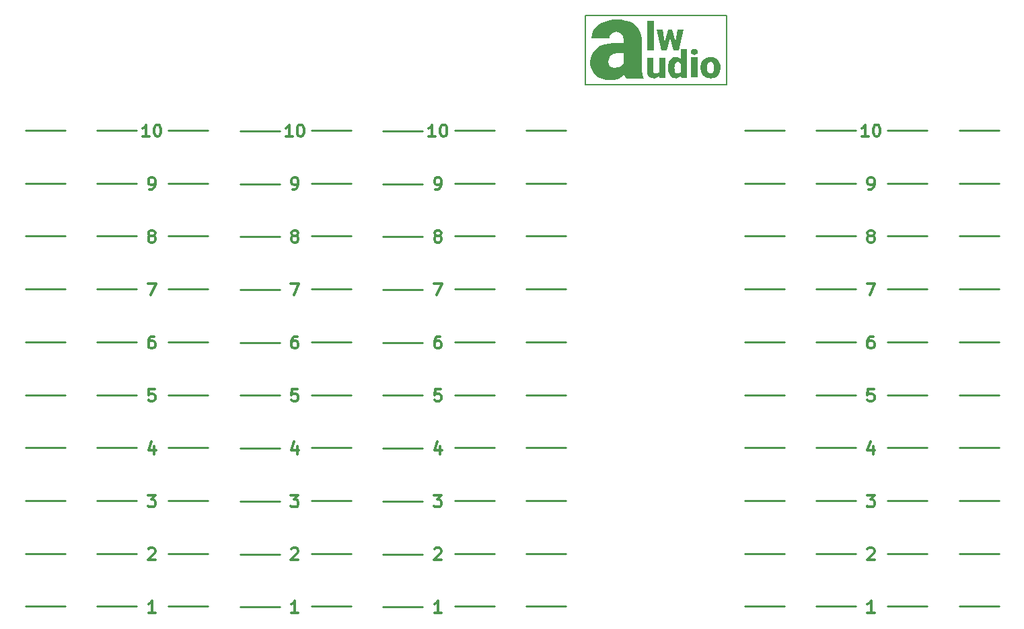
<source format=gto>
G04 #@! TF.GenerationSoftware,KiCad,Pcbnew,8.0.1-8.0.1-1~ubuntu22.04.1*
G04 #@! TF.CreationDate,2024-03-31T13:35:32+01:00*
G04 #@! TF.ProjectId,Arduino_Mixer,41726475-696e-46f5-9f4d-697865722e6b,1.0*
G04 #@! TF.SameCoordinates,Original*
G04 #@! TF.FileFunction,Legend,Top*
G04 #@! TF.FilePolarity,Positive*
%FSLAX46Y46*%
G04 Gerber Fmt 4.6, Leading zero omitted, Abs format (unit mm)*
G04 Created by KiCad (PCBNEW 8.0.1-8.0.1-1~ubuntu22.04.1) date 2024-03-31 13:35:32*
%MOMM*%
%LPD*%
G01*
G04 APERTURE LIST*
%ADD10C,0.250000*%
%ADD11C,0.150000*%
%ADD12C,0.750000*%
%ADD13C,0.300000*%
%ADD14C,1.000000*%
%ADD15C,3.200000*%
%ADD16R,1.600000X1.600000*%
%ADD17O,1.600000X1.600000*%
%ADD18C,4.000000*%
G04 APERTURE END LIST*
D10*
X148500000Y-118333328D02*
X153500000Y-118333328D01*
X130500000Y-71750002D02*
X135500000Y-71750002D01*
X112500000Y-71750002D02*
X117500000Y-71750002D01*
X94500000Y-84999998D02*
X99500000Y-84999998D01*
X121500000Y-91666664D02*
X126500000Y-91666664D01*
X121500000Y-78333332D02*
X126500000Y-78333332D01*
X176000000Y-78333332D02*
X181000000Y-78333332D01*
X130500000Y-65083336D02*
X135500000Y-65083336D01*
X185000000Y-111666662D02*
X190000000Y-111666662D01*
X121500000Y-71666666D02*
X126500000Y-71666666D01*
X112500000Y-118416664D02*
X117500000Y-118416664D01*
X185000000Y-125000000D02*
X190000000Y-125000000D01*
X94500000Y-71666666D02*
X99500000Y-71666666D01*
X112500000Y-65083336D02*
X117500000Y-65083336D01*
X103500000Y-65000000D02*
X108500000Y-65000000D01*
X139500000Y-111666662D02*
X144500000Y-111666662D01*
X194000000Y-71666666D02*
X199000000Y-71666666D01*
X148500000Y-78333332D02*
X153500000Y-78333332D01*
X94500000Y-125000000D02*
X99500000Y-125000000D01*
X103500000Y-78333332D02*
X108500000Y-78333332D01*
X203000000Y-125000000D02*
X208000000Y-125000000D01*
X203000000Y-104999996D02*
X208000000Y-104999996D01*
X130500000Y-98416666D02*
X135500000Y-98416666D01*
X103500000Y-84999998D02*
X108500000Y-84999998D01*
X148500000Y-125000000D02*
X153500000Y-125000000D01*
X176000000Y-84999998D02*
X181000000Y-84999998D01*
X185000000Y-104999996D02*
X190000000Y-104999996D01*
X194000000Y-111666662D02*
X199000000Y-111666662D01*
X103500000Y-118333328D02*
X108500000Y-118333328D01*
X130500000Y-91750000D02*
X135500000Y-91750000D01*
X85500000Y-84999998D02*
X90500000Y-84999998D01*
X121500000Y-84999998D02*
X126500000Y-84999998D01*
X194000000Y-98333330D02*
X199000000Y-98333330D01*
X130500000Y-125083336D02*
X135500000Y-125083336D01*
X85500000Y-104999996D02*
X90500000Y-104999996D01*
X130500000Y-105083332D02*
X135500000Y-105083332D01*
X121500000Y-118333328D02*
X126500000Y-118333328D01*
X185000000Y-118333328D02*
X190000000Y-118333328D01*
X203000000Y-78333332D02*
X208000000Y-78333332D01*
X148500000Y-111666662D02*
X153500000Y-111666662D01*
X85500000Y-98333330D02*
X90500000Y-98333330D01*
X121500000Y-125000000D02*
X126500000Y-125000000D01*
X85500000Y-65000000D02*
X90500000Y-65000000D01*
X203000000Y-65000000D02*
X208000000Y-65000000D01*
X85500000Y-78333332D02*
X90500000Y-78333332D01*
X94500000Y-91666664D02*
X99500000Y-91666664D01*
X194000000Y-118333328D02*
X199000000Y-118333328D01*
X94500000Y-111666662D02*
X99500000Y-111666662D01*
X94500000Y-118333328D02*
X99500000Y-118333328D01*
X103500000Y-98333330D02*
X108500000Y-98333330D01*
X85500000Y-111666662D02*
X90500000Y-111666662D01*
X176000000Y-104999996D02*
X181000000Y-104999996D01*
X130500000Y-111749998D02*
X135500000Y-111749998D01*
X94500000Y-78333332D02*
X99500000Y-78333332D01*
X194000000Y-65000000D02*
X199000000Y-65000000D01*
X85500000Y-71666666D02*
X90500000Y-71666666D01*
X103500000Y-104999996D02*
X108500000Y-104999996D01*
X194000000Y-104999996D02*
X199000000Y-104999996D01*
X139500000Y-71666666D02*
X144500000Y-71666666D01*
X194000000Y-125000000D02*
X199000000Y-125000000D01*
X121500000Y-104999996D02*
X126500000Y-104999996D01*
X203000000Y-111666662D02*
X208000000Y-111666662D01*
X139500000Y-78333332D02*
X144500000Y-78333332D01*
X185000000Y-84999998D02*
X190000000Y-84999998D01*
X176000000Y-91666664D02*
X181000000Y-91666664D01*
X176000000Y-65000000D02*
X181000000Y-65000000D01*
X130500000Y-118416664D02*
X135500000Y-118416664D01*
X194000000Y-84999998D02*
X199000000Y-84999998D01*
X112500000Y-85083334D02*
X117500000Y-85083334D01*
X112500000Y-125083336D02*
X117500000Y-125083336D01*
X176000000Y-71666666D02*
X181000000Y-71666666D01*
X176000000Y-111666662D02*
X181000000Y-111666662D01*
X203000000Y-118333328D02*
X208000000Y-118333328D01*
X85500000Y-118333328D02*
X90500000Y-118333328D01*
X112500000Y-78416668D02*
X117500000Y-78416668D01*
X203000000Y-71666666D02*
X208000000Y-71666666D01*
X139500000Y-118333328D02*
X144500000Y-118333328D01*
X103500000Y-91666664D02*
X108500000Y-91666664D01*
X112500000Y-105083332D02*
X117500000Y-105083332D01*
X139500000Y-65000000D02*
X144500000Y-65000000D01*
X130500000Y-85083334D02*
X135500000Y-85083334D01*
X103500000Y-71666666D02*
X108500000Y-71666666D01*
X176000000Y-98333330D02*
X181000000Y-98333330D01*
X194000000Y-91666664D02*
X199000000Y-91666664D01*
X203000000Y-98333330D02*
X208000000Y-98333330D01*
X121500000Y-98333330D02*
X126500000Y-98333330D01*
X130500000Y-78416668D02*
X135500000Y-78416668D01*
X148500000Y-104999996D02*
X153500000Y-104999996D01*
X121500000Y-65000000D02*
X126500000Y-65000000D01*
X185000000Y-98333330D02*
X190000000Y-98333330D01*
X203000000Y-91666664D02*
X208000000Y-91666664D01*
X148500000Y-91666664D02*
X153500000Y-91666664D01*
X94500000Y-98333330D02*
X99500000Y-98333330D01*
X103500000Y-111666662D02*
X108500000Y-111666662D01*
X139500000Y-98333330D02*
X144500000Y-98333330D01*
X148500000Y-84999998D02*
X153500000Y-84999998D01*
X94500000Y-65000000D02*
X99500000Y-65000000D01*
X121500000Y-111666662D02*
X126500000Y-111666662D01*
X176000000Y-125000000D02*
X181000000Y-125000000D01*
X203000000Y-84999998D02*
X208000000Y-84999998D01*
X139500000Y-104999996D02*
X144500000Y-104999996D01*
X148500000Y-98333330D02*
X153500000Y-98333330D01*
X139500000Y-91666664D02*
X144500000Y-91666664D01*
X185000000Y-78333332D02*
X190000000Y-78333332D01*
X139500000Y-84999998D02*
X144500000Y-84999998D01*
X85500000Y-91666664D02*
X90500000Y-91666664D01*
X94500000Y-104999996D02*
X99500000Y-104999996D01*
D11*
X156000000Y-50500000D02*
X173750000Y-50500000D01*
X173750000Y-59250000D01*
X156000000Y-59250000D01*
X156000000Y-50500000D01*
D10*
X176000000Y-118333328D02*
X181000000Y-118333328D01*
X194000000Y-78333332D02*
X199000000Y-78333332D01*
X103500000Y-125000000D02*
X108500000Y-125000000D01*
X112500000Y-111749998D02*
X117500000Y-111749998D01*
X185000000Y-65000000D02*
X190000000Y-65000000D01*
X148500000Y-65000000D02*
X153500000Y-65000000D01*
X148500000Y-71666666D02*
X153500000Y-71666666D01*
X185000000Y-71666666D02*
X190000000Y-71666666D01*
X185000000Y-91666664D02*
X190000000Y-91666664D01*
X112500000Y-98416666D02*
X117500000Y-98416666D01*
X85500000Y-125000000D02*
X90500000Y-125000000D01*
X112500000Y-91750000D02*
X117500000Y-91750000D01*
X139500000Y-125000000D02*
X144500000Y-125000000D01*
D12*
G36*
X165302878Y-58405001D02*
G01*
X165278942Y-58132303D01*
X165159070Y-58259877D01*
X165000536Y-58367308D01*
X164819027Y-58433812D01*
X164641361Y-58458432D01*
X164587369Y-58459711D01*
X164403576Y-58445713D01*
X164237735Y-58403718D01*
X164072622Y-58323010D01*
X163959909Y-58235740D01*
X163843377Y-58087104D01*
X163771810Y-57916949D01*
X163733908Y-57738698D01*
X163719783Y-57564099D01*
X163718841Y-57501424D01*
X163718841Y-55833612D01*
X164522400Y-55833612D01*
X164522400Y-57506553D01*
X164554540Y-57682365D01*
X164677959Y-57807387D01*
X164851517Y-57839945D01*
X165027509Y-57816005D01*
X165183146Y-57725982D01*
X165250732Y-57637345D01*
X165250732Y-55833612D01*
X166054291Y-55833612D01*
X166054291Y-58405001D01*
X165302878Y-58405001D01*
G37*
G36*
X168762456Y-58405001D02*
G01*
X168041817Y-58405001D01*
X168004204Y-58132303D01*
X167887196Y-58259877D01*
X167738946Y-58367308D01*
X167575202Y-58433812D01*
X167395964Y-58459391D01*
X167372470Y-58459711D01*
X167196758Y-58446728D01*
X167012728Y-58398763D01*
X166851279Y-58315455D01*
X166712409Y-58196804D01*
X166627041Y-58090416D01*
X166527780Y-57919645D01*
X166462103Y-57758620D01*
X166414338Y-57584070D01*
X166384485Y-57395996D01*
X166372544Y-57194399D01*
X166372295Y-57159484D01*
X166372295Y-57150081D01*
X167175854Y-57150081D01*
X167184119Y-57323705D01*
X167212302Y-57493673D01*
X167260484Y-57641619D01*
X167372508Y-57783972D01*
X167536038Y-57838202D01*
X167578489Y-57839945D01*
X167757406Y-57808689D01*
X167902125Y-57704287D01*
X167958897Y-57617684D01*
X167958897Y-56623493D01*
X167855514Y-56486490D01*
X167692508Y-56409426D01*
X167582763Y-56398668D01*
X167411145Y-56436628D01*
X167284646Y-56561550D01*
X167266468Y-56596993D01*
X167211250Y-56767736D01*
X167184703Y-56943631D01*
X167175943Y-57128061D01*
X167175854Y-57150081D01*
X166372295Y-57150081D01*
X166372295Y-57099645D01*
X166378536Y-56920806D01*
X166402498Y-56720691D01*
X166444433Y-56536384D01*
X166504339Y-56367886D01*
X166582217Y-56215195D01*
X166627896Y-56144777D01*
X166751174Y-56002214D01*
X166897360Y-55894667D01*
X167066454Y-55822135D01*
X167258454Y-55784618D01*
X167378454Y-55778901D01*
X167563995Y-55800202D01*
X167732091Y-55864103D01*
X167882741Y-55970604D01*
X167958897Y-56048179D01*
X167958897Y-54739404D01*
X168762456Y-54739404D01*
X168762456Y-58405001D01*
G37*
G36*
X169237752Y-55122377D02*
G01*
X169276161Y-54952816D01*
X169359141Y-54847115D01*
X169509291Y-54763071D01*
X169675436Y-54739404D01*
X169851321Y-54766332D01*
X169990875Y-54847115D01*
X170089721Y-54987224D01*
X170113119Y-55122377D01*
X170074440Y-55291937D01*
X169990875Y-55397638D01*
X169841393Y-55481682D01*
X169675436Y-55505349D01*
X169499337Y-55478422D01*
X169359141Y-55397638D01*
X169260987Y-55257530D01*
X169237752Y-55122377D01*
G37*
G36*
X170096022Y-55778901D02*
G01*
X170096022Y-58350290D01*
X169292463Y-58350290D01*
X169292463Y-55778901D01*
X170096022Y-55778901D01*
G37*
G36*
X171907073Y-55788063D02*
G01*
X172076382Y-55815550D01*
X172260929Y-55872721D01*
X172425161Y-55956279D01*
X172569076Y-56066224D01*
X172653733Y-56154181D01*
X172762967Y-56301352D01*
X172849600Y-56462047D01*
X172913634Y-56636266D01*
X172955068Y-56824009D01*
X172973901Y-57025276D01*
X172975157Y-57095370D01*
X172975157Y-57144952D01*
X172967309Y-57317370D01*
X172937176Y-57511875D01*
X172884442Y-57692856D01*
X172809109Y-57860313D01*
X172711175Y-58014246D01*
X172653733Y-58086141D01*
X172523332Y-58213097D01*
X172372554Y-58313785D01*
X172201400Y-58388207D01*
X172009871Y-58436363D01*
X171834697Y-58456428D01*
X171722801Y-58459711D01*
X171540595Y-58450820D01*
X171340239Y-58416680D01*
X171159839Y-58356934D01*
X170999395Y-58271582D01*
X170858905Y-58160625D01*
X170796144Y-58095545D01*
X170687201Y-57952020D01*
X170600797Y-57795212D01*
X170536934Y-57625120D01*
X170495611Y-57441745D01*
X170476827Y-57245086D01*
X170475575Y-57176581D01*
X170475575Y-57144952D01*
X171279134Y-57144952D01*
X171288150Y-57319194D01*
X171318895Y-57490034D01*
X171371458Y-57639055D01*
X171485550Y-57776382D01*
X171649804Y-57835040D01*
X171727930Y-57839945D01*
X171896910Y-57811815D01*
X172036621Y-57707890D01*
X172077564Y-57639910D01*
X172134866Y-57469568D01*
X172162415Y-57296577D01*
X172171506Y-57116761D01*
X172171598Y-57095370D01*
X172160587Y-56908571D01*
X172127556Y-56740761D01*
X172078419Y-56604686D01*
X171964911Y-56463853D01*
X171800907Y-56403697D01*
X171722801Y-56398668D01*
X171553822Y-56427399D01*
X171414110Y-56533544D01*
X171373168Y-56602977D01*
X171315866Y-56774962D01*
X171288317Y-56946934D01*
X171279226Y-57123978D01*
X171279134Y-57144952D01*
X170475575Y-57144952D01*
X170475575Y-57095370D01*
X170483381Y-56922952D01*
X170513354Y-56728447D01*
X170565807Y-56547466D01*
X170640740Y-56380009D01*
X170738153Y-56226076D01*
X170795289Y-56154181D01*
X170925600Y-56026644D01*
X171076107Y-55925495D01*
X171246810Y-55850732D01*
X171437709Y-55802356D01*
X171612218Y-55782200D01*
X171723656Y-55778901D01*
X171907073Y-55788063D01*
G37*
D13*
X101840225Y-125800828D02*
X100983082Y-125800828D01*
X101411653Y-125800828D02*
X101411653Y-124300828D01*
X101411653Y-124300828D02*
X101268796Y-124515114D01*
X101268796Y-124515114D02*
X101125939Y-124657971D01*
X101125939Y-124657971D02*
X100983082Y-124729400D01*
X191411653Y-84300826D02*
X192411653Y-84300826D01*
X192411653Y-84300826D02*
X191768796Y-85800826D01*
X137125939Y-72467494D02*
X137411653Y-72467494D01*
X137411653Y-72467494D02*
X137554510Y-72396066D01*
X137554510Y-72396066D02*
X137625939Y-72324637D01*
X137625939Y-72324637D02*
X137768796Y-72110351D01*
X137768796Y-72110351D02*
X137840225Y-71824637D01*
X137840225Y-71824637D02*
X137840225Y-71253208D01*
X137840225Y-71253208D02*
X137768796Y-71110351D01*
X137768796Y-71110351D02*
X137697368Y-71038923D01*
X137697368Y-71038923D02*
X137554510Y-70967494D01*
X137554510Y-70967494D02*
X137268796Y-70967494D01*
X137268796Y-70967494D02*
X137125939Y-71038923D01*
X137125939Y-71038923D02*
X137054510Y-71110351D01*
X137054510Y-71110351D02*
X136983082Y-71253208D01*
X136983082Y-71253208D02*
X136983082Y-71610351D01*
X136983082Y-71610351D02*
X137054510Y-71753208D01*
X137054510Y-71753208D02*
X137125939Y-71824637D01*
X137125939Y-71824637D02*
X137268796Y-71896066D01*
X137268796Y-71896066D02*
X137554510Y-71896066D01*
X137554510Y-71896066D02*
X137697368Y-71824637D01*
X137697368Y-71824637D02*
X137768796Y-71753208D01*
X137768796Y-71753208D02*
X137840225Y-71610351D01*
X191625939Y-65800828D02*
X190768796Y-65800828D01*
X191197367Y-65800828D02*
X191197367Y-64300828D01*
X191197367Y-64300828D02*
X191054510Y-64515114D01*
X191054510Y-64515114D02*
X190911653Y-64657971D01*
X190911653Y-64657971D02*
X190768796Y-64729400D01*
X192554510Y-64300828D02*
X192697367Y-64300828D01*
X192697367Y-64300828D02*
X192840224Y-64372257D01*
X192840224Y-64372257D02*
X192911653Y-64443685D01*
X192911653Y-64443685D02*
X192983081Y-64586542D01*
X192983081Y-64586542D02*
X193054510Y-64872257D01*
X193054510Y-64872257D02*
X193054510Y-65229400D01*
X193054510Y-65229400D02*
X192983081Y-65515114D01*
X192983081Y-65515114D02*
X192911653Y-65657971D01*
X192911653Y-65657971D02*
X192840224Y-65729400D01*
X192840224Y-65729400D02*
X192697367Y-65800828D01*
X192697367Y-65800828D02*
X192554510Y-65800828D01*
X192554510Y-65800828D02*
X192411653Y-65729400D01*
X192411653Y-65729400D02*
X192340224Y-65657971D01*
X192340224Y-65657971D02*
X192268795Y-65515114D01*
X192268795Y-65515114D02*
X192197367Y-65229400D01*
X192197367Y-65229400D02*
X192197367Y-64872257D01*
X192197367Y-64872257D02*
X192268795Y-64586542D01*
X192268795Y-64586542D02*
X192340224Y-64443685D01*
X192340224Y-64443685D02*
X192411653Y-64372257D01*
X192411653Y-64372257D02*
X192554510Y-64300828D01*
X101268796Y-78277017D02*
X101125939Y-78205589D01*
X101125939Y-78205589D02*
X101054510Y-78134160D01*
X101054510Y-78134160D02*
X100983082Y-77991303D01*
X100983082Y-77991303D02*
X100983082Y-77919874D01*
X100983082Y-77919874D02*
X101054510Y-77777017D01*
X101054510Y-77777017D02*
X101125939Y-77705589D01*
X101125939Y-77705589D02*
X101268796Y-77634160D01*
X101268796Y-77634160D02*
X101554510Y-77634160D01*
X101554510Y-77634160D02*
X101697368Y-77705589D01*
X101697368Y-77705589D02*
X101768796Y-77777017D01*
X101768796Y-77777017D02*
X101840225Y-77919874D01*
X101840225Y-77919874D02*
X101840225Y-77991303D01*
X101840225Y-77991303D02*
X101768796Y-78134160D01*
X101768796Y-78134160D02*
X101697368Y-78205589D01*
X101697368Y-78205589D02*
X101554510Y-78277017D01*
X101554510Y-78277017D02*
X101268796Y-78277017D01*
X101268796Y-78277017D02*
X101125939Y-78348446D01*
X101125939Y-78348446D02*
X101054510Y-78419874D01*
X101054510Y-78419874D02*
X100983082Y-78562732D01*
X100983082Y-78562732D02*
X100983082Y-78848446D01*
X100983082Y-78848446D02*
X101054510Y-78991303D01*
X101054510Y-78991303D02*
X101125939Y-79062732D01*
X101125939Y-79062732D02*
X101268796Y-79134160D01*
X101268796Y-79134160D02*
X101554510Y-79134160D01*
X101554510Y-79134160D02*
X101697368Y-79062732D01*
X101697368Y-79062732D02*
X101768796Y-78991303D01*
X101768796Y-78991303D02*
X101840225Y-78848446D01*
X101840225Y-78848446D02*
X101840225Y-78562732D01*
X101840225Y-78562732D02*
X101768796Y-78419874D01*
X101768796Y-78419874D02*
X101697368Y-78348446D01*
X101697368Y-78348446D02*
X101554510Y-78277017D01*
X119697368Y-104800824D02*
X119697368Y-105800824D01*
X119340225Y-104229396D02*
X118983082Y-105300824D01*
X118983082Y-105300824D02*
X119911653Y-105300824D01*
X118911653Y-84300826D02*
X119911653Y-84300826D01*
X119911653Y-84300826D02*
X119268796Y-85800826D01*
X101125939Y-72467494D02*
X101411653Y-72467494D01*
X101411653Y-72467494D02*
X101554510Y-72396066D01*
X101554510Y-72396066D02*
X101625939Y-72324637D01*
X101625939Y-72324637D02*
X101768796Y-72110351D01*
X101768796Y-72110351D02*
X101840225Y-71824637D01*
X101840225Y-71824637D02*
X101840225Y-71253208D01*
X101840225Y-71253208D02*
X101768796Y-71110351D01*
X101768796Y-71110351D02*
X101697368Y-71038923D01*
X101697368Y-71038923D02*
X101554510Y-70967494D01*
X101554510Y-70967494D02*
X101268796Y-70967494D01*
X101268796Y-70967494D02*
X101125939Y-71038923D01*
X101125939Y-71038923D02*
X101054510Y-71110351D01*
X101054510Y-71110351D02*
X100983082Y-71253208D01*
X100983082Y-71253208D02*
X100983082Y-71610351D01*
X100983082Y-71610351D02*
X101054510Y-71753208D01*
X101054510Y-71753208D02*
X101125939Y-71824637D01*
X101125939Y-71824637D02*
X101268796Y-71896066D01*
X101268796Y-71896066D02*
X101554510Y-71896066D01*
X101554510Y-71896066D02*
X101697368Y-71824637D01*
X101697368Y-71824637D02*
X101768796Y-71753208D01*
X101768796Y-71753208D02*
X101840225Y-71610351D01*
X118983082Y-117777013D02*
X119054510Y-117705585D01*
X119054510Y-117705585D02*
X119197368Y-117634156D01*
X119197368Y-117634156D02*
X119554510Y-117634156D01*
X119554510Y-117634156D02*
X119697368Y-117705585D01*
X119697368Y-117705585D02*
X119768796Y-117777013D01*
X119768796Y-117777013D02*
X119840225Y-117919870D01*
X119840225Y-117919870D02*
X119840225Y-118062728D01*
X119840225Y-118062728D02*
X119768796Y-118277013D01*
X119768796Y-118277013D02*
X118911653Y-119134156D01*
X118911653Y-119134156D02*
X119840225Y-119134156D01*
X119697368Y-90967492D02*
X119411653Y-90967492D01*
X119411653Y-90967492D02*
X119268796Y-91038921D01*
X119268796Y-91038921D02*
X119197368Y-91110349D01*
X119197368Y-91110349D02*
X119054510Y-91324635D01*
X119054510Y-91324635D02*
X118983082Y-91610349D01*
X118983082Y-91610349D02*
X118983082Y-92181778D01*
X118983082Y-92181778D02*
X119054510Y-92324635D01*
X119054510Y-92324635D02*
X119125939Y-92396064D01*
X119125939Y-92396064D02*
X119268796Y-92467492D01*
X119268796Y-92467492D02*
X119554510Y-92467492D01*
X119554510Y-92467492D02*
X119697368Y-92396064D01*
X119697368Y-92396064D02*
X119768796Y-92324635D01*
X119768796Y-92324635D02*
X119840225Y-92181778D01*
X119840225Y-92181778D02*
X119840225Y-91824635D01*
X119840225Y-91824635D02*
X119768796Y-91681778D01*
X119768796Y-91681778D02*
X119697368Y-91610349D01*
X119697368Y-91610349D02*
X119554510Y-91538921D01*
X119554510Y-91538921D02*
X119268796Y-91538921D01*
X119268796Y-91538921D02*
X119125939Y-91610349D01*
X119125939Y-91610349D02*
X119054510Y-91681778D01*
X119054510Y-91681778D02*
X118983082Y-91824635D01*
X137840225Y-125800828D02*
X136983082Y-125800828D01*
X137411653Y-125800828D02*
X137411653Y-124300828D01*
X137411653Y-124300828D02*
X137268796Y-124515114D01*
X137268796Y-124515114D02*
X137125939Y-124657971D01*
X137125939Y-124657971D02*
X136983082Y-124729400D01*
X100911653Y-110967490D02*
X101840225Y-110967490D01*
X101840225Y-110967490D02*
X101340225Y-111538919D01*
X101340225Y-111538919D02*
X101554510Y-111538919D01*
X101554510Y-111538919D02*
X101697368Y-111610347D01*
X101697368Y-111610347D02*
X101768796Y-111681776D01*
X101768796Y-111681776D02*
X101840225Y-111824633D01*
X101840225Y-111824633D02*
X101840225Y-112181776D01*
X101840225Y-112181776D02*
X101768796Y-112324633D01*
X101768796Y-112324633D02*
X101697368Y-112396062D01*
X101697368Y-112396062D02*
X101554510Y-112467490D01*
X101554510Y-112467490D02*
X101125939Y-112467490D01*
X101125939Y-112467490D02*
X100983082Y-112396062D01*
X100983082Y-112396062D02*
X100911653Y-112324633D01*
X137697368Y-90967492D02*
X137411653Y-90967492D01*
X137411653Y-90967492D02*
X137268796Y-91038921D01*
X137268796Y-91038921D02*
X137197368Y-91110349D01*
X137197368Y-91110349D02*
X137054510Y-91324635D01*
X137054510Y-91324635D02*
X136983082Y-91610349D01*
X136983082Y-91610349D02*
X136983082Y-92181778D01*
X136983082Y-92181778D02*
X137054510Y-92324635D01*
X137054510Y-92324635D02*
X137125939Y-92396064D01*
X137125939Y-92396064D02*
X137268796Y-92467492D01*
X137268796Y-92467492D02*
X137554510Y-92467492D01*
X137554510Y-92467492D02*
X137697368Y-92396064D01*
X137697368Y-92396064D02*
X137768796Y-92324635D01*
X137768796Y-92324635D02*
X137840225Y-92181778D01*
X137840225Y-92181778D02*
X137840225Y-91824635D01*
X137840225Y-91824635D02*
X137768796Y-91681778D01*
X137768796Y-91681778D02*
X137697368Y-91610349D01*
X137697368Y-91610349D02*
X137554510Y-91538921D01*
X137554510Y-91538921D02*
X137268796Y-91538921D01*
X137268796Y-91538921D02*
X137125939Y-91610349D01*
X137125939Y-91610349D02*
X137054510Y-91681778D01*
X137054510Y-91681778D02*
X136983082Y-91824635D01*
X137697368Y-104800824D02*
X137697368Y-105800824D01*
X137340225Y-104229396D02*
X136983082Y-105300824D01*
X136983082Y-105300824D02*
X137911653Y-105300824D01*
X137268796Y-78277017D02*
X137125939Y-78205589D01*
X137125939Y-78205589D02*
X137054510Y-78134160D01*
X137054510Y-78134160D02*
X136983082Y-77991303D01*
X136983082Y-77991303D02*
X136983082Y-77919874D01*
X136983082Y-77919874D02*
X137054510Y-77777017D01*
X137054510Y-77777017D02*
X137125939Y-77705589D01*
X137125939Y-77705589D02*
X137268796Y-77634160D01*
X137268796Y-77634160D02*
X137554510Y-77634160D01*
X137554510Y-77634160D02*
X137697368Y-77705589D01*
X137697368Y-77705589D02*
X137768796Y-77777017D01*
X137768796Y-77777017D02*
X137840225Y-77919874D01*
X137840225Y-77919874D02*
X137840225Y-77991303D01*
X137840225Y-77991303D02*
X137768796Y-78134160D01*
X137768796Y-78134160D02*
X137697368Y-78205589D01*
X137697368Y-78205589D02*
X137554510Y-78277017D01*
X137554510Y-78277017D02*
X137268796Y-78277017D01*
X137268796Y-78277017D02*
X137125939Y-78348446D01*
X137125939Y-78348446D02*
X137054510Y-78419874D01*
X137054510Y-78419874D02*
X136983082Y-78562732D01*
X136983082Y-78562732D02*
X136983082Y-78848446D01*
X136983082Y-78848446D02*
X137054510Y-78991303D01*
X137054510Y-78991303D02*
X137125939Y-79062732D01*
X137125939Y-79062732D02*
X137268796Y-79134160D01*
X137268796Y-79134160D02*
X137554510Y-79134160D01*
X137554510Y-79134160D02*
X137697368Y-79062732D01*
X137697368Y-79062732D02*
X137768796Y-78991303D01*
X137768796Y-78991303D02*
X137840225Y-78848446D01*
X137840225Y-78848446D02*
X137840225Y-78562732D01*
X137840225Y-78562732D02*
X137768796Y-78419874D01*
X137768796Y-78419874D02*
X137697368Y-78348446D01*
X137697368Y-78348446D02*
X137554510Y-78277017D01*
X101125939Y-65800828D02*
X100268796Y-65800828D01*
X100697367Y-65800828D02*
X100697367Y-64300828D01*
X100697367Y-64300828D02*
X100554510Y-64515114D01*
X100554510Y-64515114D02*
X100411653Y-64657971D01*
X100411653Y-64657971D02*
X100268796Y-64729400D01*
X102054510Y-64300828D02*
X102197367Y-64300828D01*
X102197367Y-64300828D02*
X102340224Y-64372257D01*
X102340224Y-64372257D02*
X102411653Y-64443685D01*
X102411653Y-64443685D02*
X102483081Y-64586542D01*
X102483081Y-64586542D02*
X102554510Y-64872257D01*
X102554510Y-64872257D02*
X102554510Y-65229400D01*
X102554510Y-65229400D02*
X102483081Y-65515114D01*
X102483081Y-65515114D02*
X102411653Y-65657971D01*
X102411653Y-65657971D02*
X102340224Y-65729400D01*
X102340224Y-65729400D02*
X102197367Y-65800828D01*
X102197367Y-65800828D02*
X102054510Y-65800828D01*
X102054510Y-65800828D02*
X101911653Y-65729400D01*
X101911653Y-65729400D02*
X101840224Y-65657971D01*
X101840224Y-65657971D02*
X101768795Y-65515114D01*
X101768795Y-65515114D02*
X101697367Y-65229400D01*
X101697367Y-65229400D02*
X101697367Y-64872257D01*
X101697367Y-64872257D02*
X101768795Y-64586542D01*
X101768795Y-64586542D02*
X101840224Y-64443685D01*
X101840224Y-64443685D02*
X101911653Y-64372257D01*
X101911653Y-64372257D02*
X102054510Y-64300828D01*
D12*
G36*
X164577110Y-51239404D02*
G01*
X164577110Y-54905001D01*
X163773551Y-54905001D01*
X163773551Y-51239404D01*
X164577110Y-51239404D01*
G37*
G36*
X168342725Y-52333612D02*
G01*
X167734926Y-54905001D01*
X167051046Y-54905001D01*
X166625331Y-53381658D01*
X166191922Y-54905001D01*
X165512316Y-54905001D01*
X164900244Y-52333612D01*
X165673028Y-52333612D01*
X165928628Y-53883455D01*
X166339811Y-52333612D01*
X166902302Y-52333612D01*
X167311775Y-53854390D01*
X167569940Y-52333612D01*
X168342725Y-52333612D01*
G37*
D13*
X119768796Y-97634158D02*
X119054510Y-97634158D01*
X119054510Y-97634158D02*
X118983082Y-98348444D01*
X118983082Y-98348444D02*
X119054510Y-98277015D01*
X119054510Y-98277015D02*
X119197368Y-98205587D01*
X119197368Y-98205587D02*
X119554510Y-98205587D01*
X119554510Y-98205587D02*
X119697368Y-98277015D01*
X119697368Y-98277015D02*
X119768796Y-98348444D01*
X119768796Y-98348444D02*
X119840225Y-98491301D01*
X119840225Y-98491301D02*
X119840225Y-98848444D01*
X119840225Y-98848444D02*
X119768796Y-98991301D01*
X119768796Y-98991301D02*
X119697368Y-99062730D01*
X119697368Y-99062730D02*
X119554510Y-99134158D01*
X119554510Y-99134158D02*
X119197368Y-99134158D01*
X119197368Y-99134158D02*
X119054510Y-99062730D01*
X119054510Y-99062730D02*
X118983082Y-98991301D01*
X101768796Y-97634158D02*
X101054510Y-97634158D01*
X101054510Y-97634158D02*
X100983082Y-98348444D01*
X100983082Y-98348444D02*
X101054510Y-98277015D01*
X101054510Y-98277015D02*
X101197368Y-98205587D01*
X101197368Y-98205587D02*
X101554510Y-98205587D01*
X101554510Y-98205587D02*
X101697368Y-98277015D01*
X101697368Y-98277015D02*
X101768796Y-98348444D01*
X101768796Y-98348444D02*
X101840225Y-98491301D01*
X101840225Y-98491301D02*
X101840225Y-98848444D01*
X101840225Y-98848444D02*
X101768796Y-98991301D01*
X101768796Y-98991301D02*
X101697368Y-99062730D01*
X101697368Y-99062730D02*
X101554510Y-99134158D01*
X101554510Y-99134158D02*
X101197368Y-99134158D01*
X101197368Y-99134158D02*
X101054510Y-99062730D01*
X101054510Y-99062730D02*
X100983082Y-98991301D01*
X101697368Y-104800824D02*
X101697368Y-105800824D01*
X101340225Y-104229396D02*
X100983082Y-105300824D01*
X100983082Y-105300824D02*
X101911653Y-105300824D01*
X192197368Y-104800824D02*
X192197368Y-105800824D01*
X191840225Y-104229396D02*
X191483082Y-105300824D01*
X191483082Y-105300824D02*
X192411653Y-105300824D01*
D14*
G36*
X160543548Y-51078649D02*
G01*
X161060315Y-51174018D01*
X161534773Y-51332967D01*
X162025205Y-51592475D01*
X162194870Y-51711200D01*
X162581690Y-52085044D01*
X162857990Y-52542236D01*
X163009091Y-53010650D01*
X163075576Y-53542878D01*
X163079030Y-53706664D01*
X163079030Y-56950209D01*
X163103373Y-57484428D01*
X163187522Y-57993713D01*
X163367842Y-58487732D01*
X163386775Y-58523133D01*
X161100662Y-58523133D01*
X160916994Y-58049213D01*
X160890614Y-57944277D01*
X160487921Y-58312645D01*
X160005243Y-58560456D01*
X159509048Y-58679525D01*
X159095429Y-58706315D01*
X158595494Y-58667236D01*
X158075765Y-58529849D01*
X157601244Y-58293545D01*
X157310013Y-58081053D01*
X156948730Y-57700170D01*
X156705684Y-57260941D01*
X156580877Y-56763365D01*
X156562630Y-56461723D01*
X156568513Y-56400662D01*
X158858513Y-56400662D01*
X159015005Y-56870782D01*
X159078332Y-56937997D01*
X159529904Y-57138152D01*
X159630321Y-57143161D01*
X160119379Y-57068743D01*
X160360607Y-56952651D01*
X160729595Y-56612438D01*
X160783147Y-56525226D01*
X160783147Y-55267376D01*
X160038206Y-55267376D01*
X159533310Y-55334228D01*
X159114968Y-55616643D01*
X158900838Y-56060356D01*
X158858513Y-56400662D01*
X156568513Y-56400662D01*
X156614532Y-55923015D01*
X156770237Y-55445062D01*
X157029745Y-55027865D01*
X157393056Y-54671423D01*
X157867650Y-54385048D01*
X158378340Y-54201590D01*
X158886956Y-54094199D01*
X159461003Y-54032833D01*
X159989357Y-54016852D01*
X160783147Y-54016852D01*
X160783147Y-53626064D01*
X160710697Y-53134907D01*
X160388697Y-52730074D01*
X159867236Y-52610013D01*
X159381930Y-52704677D01*
X159055618Y-53098976D01*
X159014829Y-53411130D01*
X156718946Y-53411130D01*
X156789077Y-52868818D01*
X156999472Y-52379442D01*
X157304241Y-51988883D01*
X157605547Y-51723412D01*
X158022420Y-51459794D01*
X158497263Y-51260925D01*
X159030075Y-51126803D01*
X159532910Y-51063377D01*
X159984473Y-51046859D01*
X160543548Y-51078649D01*
G37*
D13*
X191625939Y-72467494D02*
X191911653Y-72467494D01*
X191911653Y-72467494D02*
X192054510Y-72396066D01*
X192054510Y-72396066D02*
X192125939Y-72324637D01*
X192125939Y-72324637D02*
X192268796Y-72110351D01*
X192268796Y-72110351D02*
X192340225Y-71824637D01*
X192340225Y-71824637D02*
X192340225Y-71253208D01*
X192340225Y-71253208D02*
X192268796Y-71110351D01*
X192268796Y-71110351D02*
X192197368Y-71038923D01*
X192197368Y-71038923D02*
X192054510Y-70967494D01*
X192054510Y-70967494D02*
X191768796Y-70967494D01*
X191768796Y-70967494D02*
X191625939Y-71038923D01*
X191625939Y-71038923D02*
X191554510Y-71110351D01*
X191554510Y-71110351D02*
X191483082Y-71253208D01*
X191483082Y-71253208D02*
X191483082Y-71610351D01*
X191483082Y-71610351D02*
X191554510Y-71753208D01*
X191554510Y-71753208D02*
X191625939Y-71824637D01*
X191625939Y-71824637D02*
X191768796Y-71896066D01*
X191768796Y-71896066D02*
X192054510Y-71896066D01*
X192054510Y-71896066D02*
X192197368Y-71824637D01*
X192197368Y-71824637D02*
X192268796Y-71753208D01*
X192268796Y-71753208D02*
X192340225Y-71610351D01*
X137125939Y-65800828D02*
X136268796Y-65800828D01*
X136697367Y-65800828D02*
X136697367Y-64300828D01*
X136697367Y-64300828D02*
X136554510Y-64515114D01*
X136554510Y-64515114D02*
X136411653Y-64657971D01*
X136411653Y-64657971D02*
X136268796Y-64729400D01*
X138054510Y-64300828D02*
X138197367Y-64300828D01*
X138197367Y-64300828D02*
X138340224Y-64372257D01*
X138340224Y-64372257D02*
X138411653Y-64443685D01*
X138411653Y-64443685D02*
X138483081Y-64586542D01*
X138483081Y-64586542D02*
X138554510Y-64872257D01*
X138554510Y-64872257D02*
X138554510Y-65229400D01*
X138554510Y-65229400D02*
X138483081Y-65515114D01*
X138483081Y-65515114D02*
X138411653Y-65657971D01*
X138411653Y-65657971D02*
X138340224Y-65729400D01*
X138340224Y-65729400D02*
X138197367Y-65800828D01*
X138197367Y-65800828D02*
X138054510Y-65800828D01*
X138054510Y-65800828D02*
X137911653Y-65729400D01*
X137911653Y-65729400D02*
X137840224Y-65657971D01*
X137840224Y-65657971D02*
X137768795Y-65515114D01*
X137768795Y-65515114D02*
X137697367Y-65229400D01*
X137697367Y-65229400D02*
X137697367Y-64872257D01*
X137697367Y-64872257D02*
X137768795Y-64586542D01*
X137768795Y-64586542D02*
X137840224Y-64443685D01*
X137840224Y-64443685D02*
X137911653Y-64372257D01*
X137911653Y-64372257D02*
X138054510Y-64300828D01*
X119840225Y-125800828D02*
X118983082Y-125800828D01*
X119411653Y-125800828D02*
X119411653Y-124300828D01*
X119411653Y-124300828D02*
X119268796Y-124515114D01*
X119268796Y-124515114D02*
X119125939Y-124657971D01*
X119125939Y-124657971D02*
X118983082Y-124729400D01*
X100983082Y-117777013D02*
X101054510Y-117705585D01*
X101054510Y-117705585D02*
X101197368Y-117634156D01*
X101197368Y-117634156D02*
X101554510Y-117634156D01*
X101554510Y-117634156D02*
X101697368Y-117705585D01*
X101697368Y-117705585D02*
X101768796Y-117777013D01*
X101768796Y-117777013D02*
X101840225Y-117919870D01*
X101840225Y-117919870D02*
X101840225Y-118062728D01*
X101840225Y-118062728D02*
X101768796Y-118277013D01*
X101768796Y-118277013D02*
X100911653Y-119134156D01*
X100911653Y-119134156D02*
X101840225Y-119134156D01*
X136983082Y-117777013D02*
X137054510Y-117705585D01*
X137054510Y-117705585D02*
X137197368Y-117634156D01*
X137197368Y-117634156D02*
X137554510Y-117634156D01*
X137554510Y-117634156D02*
X137697368Y-117705585D01*
X137697368Y-117705585D02*
X137768796Y-117777013D01*
X137768796Y-117777013D02*
X137840225Y-117919870D01*
X137840225Y-117919870D02*
X137840225Y-118062728D01*
X137840225Y-118062728D02*
X137768796Y-118277013D01*
X137768796Y-118277013D02*
X136911653Y-119134156D01*
X136911653Y-119134156D02*
X137840225Y-119134156D01*
X136911653Y-84300826D02*
X137911653Y-84300826D01*
X137911653Y-84300826D02*
X137268796Y-85800826D01*
X192197368Y-90967492D02*
X191911653Y-90967492D01*
X191911653Y-90967492D02*
X191768796Y-91038921D01*
X191768796Y-91038921D02*
X191697368Y-91110349D01*
X191697368Y-91110349D02*
X191554510Y-91324635D01*
X191554510Y-91324635D02*
X191483082Y-91610349D01*
X191483082Y-91610349D02*
X191483082Y-92181778D01*
X191483082Y-92181778D02*
X191554510Y-92324635D01*
X191554510Y-92324635D02*
X191625939Y-92396064D01*
X191625939Y-92396064D02*
X191768796Y-92467492D01*
X191768796Y-92467492D02*
X192054510Y-92467492D01*
X192054510Y-92467492D02*
X192197368Y-92396064D01*
X192197368Y-92396064D02*
X192268796Y-92324635D01*
X192268796Y-92324635D02*
X192340225Y-92181778D01*
X192340225Y-92181778D02*
X192340225Y-91824635D01*
X192340225Y-91824635D02*
X192268796Y-91681778D01*
X192268796Y-91681778D02*
X192197368Y-91610349D01*
X192197368Y-91610349D02*
X192054510Y-91538921D01*
X192054510Y-91538921D02*
X191768796Y-91538921D01*
X191768796Y-91538921D02*
X191625939Y-91610349D01*
X191625939Y-91610349D02*
X191554510Y-91681778D01*
X191554510Y-91681778D02*
X191483082Y-91824635D01*
X119268796Y-78277017D02*
X119125939Y-78205589D01*
X119125939Y-78205589D02*
X119054510Y-78134160D01*
X119054510Y-78134160D02*
X118983082Y-77991303D01*
X118983082Y-77991303D02*
X118983082Y-77919874D01*
X118983082Y-77919874D02*
X119054510Y-77777017D01*
X119054510Y-77777017D02*
X119125939Y-77705589D01*
X119125939Y-77705589D02*
X119268796Y-77634160D01*
X119268796Y-77634160D02*
X119554510Y-77634160D01*
X119554510Y-77634160D02*
X119697368Y-77705589D01*
X119697368Y-77705589D02*
X119768796Y-77777017D01*
X119768796Y-77777017D02*
X119840225Y-77919874D01*
X119840225Y-77919874D02*
X119840225Y-77991303D01*
X119840225Y-77991303D02*
X119768796Y-78134160D01*
X119768796Y-78134160D02*
X119697368Y-78205589D01*
X119697368Y-78205589D02*
X119554510Y-78277017D01*
X119554510Y-78277017D02*
X119268796Y-78277017D01*
X119268796Y-78277017D02*
X119125939Y-78348446D01*
X119125939Y-78348446D02*
X119054510Y-78419874D01*
X119054510Y-78419874D02*
X118983082Y-78562732D01*
X118983082Y-78562732D02*
X118983082Y-78848446D01*
X118983082Y-78848446D02*
X119054510Y-78991303D01*
X119054510Y-78991303D02*
X119125939Y-79062732D01*
X119125939Y-79062732D02*
X119268796Y-79134160D01*
X119268796Y-79134160D02*
X119554510Y-79134160D01*
X119554510Y-79134160D02*
X119697368Y-79062732D01*
X119697368Y-79062732D02*
X119768796Y-78991303D01*
X119768796Y-78991303D02*
X119840225Y-78848446D01*
X119840225Y-78848446D02*
X119840225Y-78562732D01*
X119840225Y-78562732D02*
X119768796Y-78419874D01*
X119768796Y-78419874D02*
X119697368Y-78348446D01*
X119697368Y-78348446D02*
X119554510Y-78277017D01*
X118911653Y-110967490D02*
X119840225Y-110967490D01*
X119840225Y-110967490D02*
X119340225Y-111538919D01*
X119340225Y-111538919D02*
X119554510Y-111538919D01*
X119554510Y-111538919D02*
X119697368Y-111610347D01*
X119697368Y-111610347D02*
X119768796Y-111681776D01*
X119768796Y-111681776D02*
X119840225Y-111824633D01*
X119840225Y-111824633D02*
X119840225Y-112181776D01*
X119840225Y-112181776D02*
X119768796Y-112324633D01*
X119768796Y-112324633D02*
X119697368Y-112396062D01*
X119697368Y-112396062D02*
X119554510Y-112467490D01*
X119554510Y-112467490D02*
X119125939Y-112467490D01*
X119125939Y-112467490D02*
X118983082Y-112396062D01*
X118983082Y-112396062D02*
X118911653Y-112324633D01*
X192340225Y-125800828D02*
X191483082Y-125800828D01*
X191911653Y-125800828D02*
X191911653Y-124300828D01*
X191911653Y-124300828D02*
X191768796Y-124515114D01*
X191768796Y-124515114D02*
X191625939Y-124657971D01*
X191625939Y-124657971D02*
X191483082Y-124729400D01*
X192268796Y-97634158D02*
X191554510Y-97634158D01*
X191554510Y-97634158D02*
X191483082Y-98348444D01*
X191483082Y-98348444D02*
X191554510Y-98277015D01*
X191554510Y-98277015D02*
X191697368Y-98205587D01*
X191697368Y-98205587D02*
X192054510Y-98205587D01*
X192054510Y-98205587D02*
X192197368Y-98277015D01*
X192197368Y-98277015D02*
X192268796Y-98348444D01*
X192268796Y-98348444D02*
X192340225Y-98491301D01*
X192340225Y-98491301D02*
X192340225Y-98848444D01*
X192340225Y-98848444D02*
X192268796Y-98991301D01*
X192268796Y-98991301D02*
X192197368Y-99062730D01*
X192197368Y-99062730D02*
X192054510Y-99134158D01*
X192054510Y-99134158D02*
X191697368Y-99134158D01*
X191697368Y-99134158D02*
X191554510Y-99062730D01*
X191554510Y-99062730D02*
X191483082Y-98991301D01*
X137768796Y-97634158D02*
X137054510Y-97634158D01*
X137054510Y-97634158D02*
X136983082Y-98348444D01*
X136983082Y-98348444D02*
X137054510Y-98277015D01*
X137054510Y-98277015D02*
X137197368Y-98205587D01*
X137197368Y-98205587D02*
X137554510Y-98205587D01*
X137554510Y-98205587D02*
X137697368Y-98277015D01*
X137697368Y-98277015D02*
X137768796Y-98348444D01*
X137768796Y-98348444D02*
X137840225Y-98491301D01*
X137840225Y-98491301D02*
X137840225Y-98848444D01*
X137840225Y-98848444D02*
X137768796Y-98991301D01*
X137768796Y-98991301D02*
X137697368Y-99062730D01*
X137697368Y-99062730D02*
X137554510Y-99134158D01*
X137554510Y-99134158D02*
X137197368Y-99134158D01*
X137197368Y-99134158D02*
X137054510Y-99062730D01*
X137054510Y-99062730D02*
X136983082Y-98991301D01*
X191768796Y-78277017D02*
X191625939Y-78205589D01*
X191625939Y-78205589D02*
X191554510Y-78134160D01*
X191554510Y-78134160D02*
X191483082Y-77991303D01*
X191483082Y-77991303D02*
X191483082Y-77919874D01*
X191483082Y-77919874D02*
X191554510Y-77777017D01*
X191554510Y-77777017D02*
X191625939Y-77705589D01*
X191625939Y-77705589D02*
X191768796Y-77634160D01*
X191768796Y-77634160D02*
X192054510Y-77634160D01*
X192054510Y-77634160D02*
X192197368Y-77705589D01*
X192197368Y-77705589D02*
X192268796Y-77777017D01*
X192268796Y-77777017D02*
X192340225Y-77919874D01*
X192340225Y-77919874D02*
X192340225Y-77991303D01*
X192340225Y-77991303D02*
X192268796Y-78134160D01*
X192268796Y-78134160D02*
X192197368Y-78205589D01*
X192197368Y-78205589D02*
X192054510Y-78277017D01*
X192054510Y-78277017D02*
X191768796Y-78277017D01*
X191768796Y-78277017D02*
X191625939Y-78348446D01*
X191625939Y-78348446D02*
X191554510Y-78419874D01*
X191554510Y-78419874D02*
X191483082Y-78562732D01*
X191483082Y-78562732D02*
X191483082Y-78848446D01*
X191483082Y-78848446D02*
X191554510Y-78991303D01*
X191554510Y-78991303D02*
X191625939Y-79062732D01*
X191625939Y-79062732D02*
X191768796Y-79134160D01*
X191768796Y-79134160D02*
X192054510Y-79134160D01*
X192054510Y-79134160D02*
X192197368Y-79062732D01*
X192197368Y-79062732D02*
X192268796Y-78991303D01*
X192268796Y-78991303D02*
X192340225Y-78848446D01*
X192340225Y-78848446D02*
X192340225Y-78562732D01*
X192340225Y-78562732D02*
X192268796Y-78419874D01*
X192268796Y-78419874D02*
X192197368Y-78348446D01*
X192197368Y-78348446D02*
X192054510Y-78277017D01*
X119125939Y-65800828D02*
X118268796Y-65800828D01*
X118697367Y-65800828D02*
X118697367Y-64300828D01*
X118697367Y-64300828D02*
X118554510Y-64515114D01*
X118554510Y-64515114D02*
X118411653Y-64657971D01*
X118411653Y-64657971D02*
X118268796Y-64729400D01*
X120054510Y-64300828D02*
X120197367Y-64300828D01*
X120197367Y-64300828D02*
X120340224Y-64372257D01*
X120340224Y-64372257D02*
X120411653Y-64443685D01*
X120411653Y-64443685D02*
X120483081Y-64586542D01*
X120483081Y-64586542D02*
X120554510Y-64872257D01*
X120554510Y-64872257D02*
X120554510Y-65229400D01*
X120554510Y-65229400D02*
X120483081Y-65515114D01*
X120483081Y-65515114D02*
X120411653Y-65657971D01*
X120411653Y-65657971D02*
X120340224Y-65729400D01*
X120340224Y-65729400D02*
X120197367Y-65800828D01*
X120197367Y-65800828D02*
X120054510Y-65800828D01*
X120054510Y-65800828D02*
X119911653Y-65729400D01*
X119911653Y-65729400D02*
X119840224Y-65657971D01*
X119840224Y-65657971D02*
X119768795Y-65515114D01*
X119768795Y-65515114D02*
X119697367Y-65229400D01*
X119697367Y-65229400D02*
X119697367Y-64872257D01*
X119697367Y-64872257D02*
X119768795Y-64586542D01*
X119768795Y-64586542D02*
X119840224Y-64443685D01*
X119840224Y-64443685D02*
X119911653Y-64372257D01*
X119911653Y-64372257D02*
X120054510Y-64300828D01*
X191483082Y-117777013D02*
X191554510Y-117705585D01*
X191554510Y-117705585D02*
X191697368Y-117634156D01*
X191697368Y-117634156D02*
X192054510Y-117634156D01*
X192054510Y-117634156D02*
X192197368Y-117705585D01*
X192197368Y-117705585D02*
X192268796Y-117777013D01*
X192268796Y-117777013D02*
X192340225Y-117919870D01*
X192340225Y-117919870D02*
X192340225Y-118062728D01*
X192340225Y-118062728D02*
X192268796Y-118277013D01*
X192268796Y-118277013D02*
X191411653Y-119134156D01*
X191411653Y-119134156D02*
X192340225Y-119134156D01*
X119125939Y-72467494D02*
X119411653Y-72467494D01*
X119411653Y-72467494D02*
X119554510Y-72396066D01*
X119554510Y-72396066D02*
X119625939Y-72324637D01*
X119625939Y-72324637D02*
X119768796Y-72110351D01*
X119768796Y-72110351D02*
X119840225Y-71824637D01*
X119840225Y-71824637D02*
X119840225Y-71253208D01*
X119840225Y-71253208D02*
X119768796Y-71110351D01*
X119768796Y-71110351D02*
X119697368Y-71038923D01*
X119697368Y-71038923D02*
X119554510Y-70967494D01*
X119554510Y-70967494D02*
X119268796Y-70967494D01*
X119268796Y-70967494D02*
X119125939Y-71038923D01*
X119125939Y-71038923D02*
X119054510Y-71110351D01*
X119054510Y-71110351D02*
X118983082Y-71253208D01*
X118983082Y-71253208D02*
X118983082Y-71610351D01*
X118983082Y-71610351D02*
X119054510Y-71753208D01*
X119054510Y-71753208D02*
X119125939Y-71824637D01*
X119125939Y-71824637D02*
X119268796Y-71896066D01*
X119268796Y-71896066D02*
X119554510Y-71896066D01*
X119554510Y-71896066D02*
X119697368Y-71824637D01*
X119697368Y-71824637D02*
X119768796Y-71753208D01*
X119768796Y-71753208D02*
X119840225Y-71610351D01*
X100911653Y-84300826D02*
X101911653Y-84300826D01*
X101911653Y-84300826D02*
X101268796Y-85800826D01*
X101697368Y-90967492D02*
X101411653Y-90967492D01*
X101411653Y-90967492D02*
X101268796Y-91038921D01*
X101268796Y-91038921D02*
X101197368Y-91110349D01*
X101197368Y-91110349D02*
X101054510Y-91324635D01*
X101054510Y-91324635D02*
X100983082Y-91610349D01*
X100983082Y-91610349D02*
X100983082Y-92181778D01*
X100983082Y-92181778D02*
X101054510Y-92324635D01*
X101054510Y-92324635D02*
X101125939Y-92396064D01*
X101125939Y-92396064D02*
X101268796Y-92467492D01*
X101268796Y-92467492D02*
X101554510Y-92467492D01*
X101554510Y-92467492D02*
X101697368Y-92396064D01*
X101697368Y-92396064D02*
X101768796Y-92324635D01*
X101768796Y-92324635D02*
X101840225Y-92181778D01*
X101840225Y-92181778D02*
X101840225Y-91824635D01*
X101840225Y-91824635D02*
X101768796Y-91681778D01*
X101768796Y-91681778D02*
X101697368Y-91610349D01*
X101697368Y-91610349D02*
X101554510Y-91538921D01*
X101554510Y-91538921D02*
X101268796Y-91538921D01*
X101268796Y-91538921D02*
X101125939Y-91610349D01*
X101125939Y-91610349D02*
X101054510Y-91681778D01*
X101054510Y-91681778D02*
X100983082Y-91824635D01*
X136911653Y-110967490D02*
X137840225Y-110967490D01*
X137840225Y-110967490D02*
X137340225Y-111538919D01*
X137340225Y-111538919D02*
X137554510Y-111538919D01*
X137554510Y-111538919D02*
X137697368Y-111610347D01*
X137697368Y-111610347D02*
X137768796Y-111681776D01*
X137768796Y-111681776D02*
X137840225Y-111824633D01*
X137840225Y-111824633D02*
X137840225Y-112181776D01*
X137840225Y-112181776D02*
X137768796Y-112324633D01*
X137768796Y-112324633D02*
X137697368Y-112396062D01*
X137697368Y-112396062D02*
X137554510Y-112467490D01*
X137554510Y-112467490D02*
X137125939Y-112467490D01*
X137125939Y-112467490D02*
X136983082Y-112396062D01*
X136983082Y-112396062D02*
X136911653Y-112324633D01*
X191411653Y-110967490D02*
X192340225Y-110967490D01*
X192340225Y-110967490D02*
X191840225Y-111538919D01*
X191840225Y-111538919D02*
X192054510Y-111538919D01*
X192054510Y-111538919D02*
X192197368Y-111610347D01*
X192197368Y-111610347D02*
X192268796Y-111681776D01*
X192268796Y-111681776D02*
X192340225Y-111824633D01*
X192340225Y-111824633D02*
X192340225Y-112181776D01*
X192340225Y-112181776D02*
X192268796Y-112324633D01*
X192268796Y-112324633D02*
X192197368Y-112396062D01*
X192197368Y-112396062D02*
X192054510Y-112467490D01*
X192054510Y-112467490D02*
X191625939Y-112467490D01*
X191625939Y-112467490D02*
X191483082Y-112396062D01*
X191483082Y-112396062D02*
X191411653Y-112324633D01*
%LPC*%
D15*
X213000000Y-140000000D03*
X80000000Y-140000000D03*
X80000000Y-50000000D03*
X213000000Y-50000000D03*
D16*
X172500000Y-99940000D03*
D17*
X172500000Y-102480000D03*
X172500000Y-105020000D03*
X172500000Y-107560000D03*
X172500000Y-110100000D03*
X172500000Y-112640000D03*
X172500000Y-115180000D03*
X172500000Y-117720000D03*
X172500000Y-120260000D03*
X172500000Y-122800000D03*
X172500000Y-125340000D03*
X172500000Y-127880000D03*
X172500000Y-130420000D03*
X172500000Y-132960000D03*
X172500000Y-135500000D03*
X157260000Y-135500000D03*
X157260000Y-132960000D03*
X157260000Y-130420000D03*
X157260000Y-127880000D03*
X157260000Y-125340000D03*
X157260000Y-122800000D03*
X157260000Y-120260000D03*
X157260000Y-117720000D03*
X157260000Y-115180000D03*
X157260000Y-112640000D03*
X157260000Y-110100000D03*
X157260000Y-107560000D03*
X157260000Y-105020000D03*
X157260000Y-102480000D03*
X157260000Y-99940000D03*
D18*
X144000000Y-60000000D03*
X149000000Y-55000000D03*
X149000000Y-135000000D03*
X144000000Y-130000000D03*
X108000000Y-60000000D03*
X113000000Y-55000000D03*
X113000000Y-135000000D03*
X108000000Y-130000000D03*
X126000000Y-60000000D03*
X131000000Y-55000000D03*
X131000000Y-135000000D03*
X126000000Y-130000000D03*
X198500000Y-60000000D03*
X203500000Y-55000000D03*
X203500000Y-135000000D03*
X198500000Y-130000000D03*
X90000000Y-60000000D03*
X95000000Y-55000000D03*
X95000000Y-135000000D03*
X90000000Y-130000000D03*
X180500000Y-60000000D03*
X185500000Y-55000000D03*
X185500000Y-135000000D03*
X180500000Y-130000000D03*
%LPD*%
M02*

</source>
